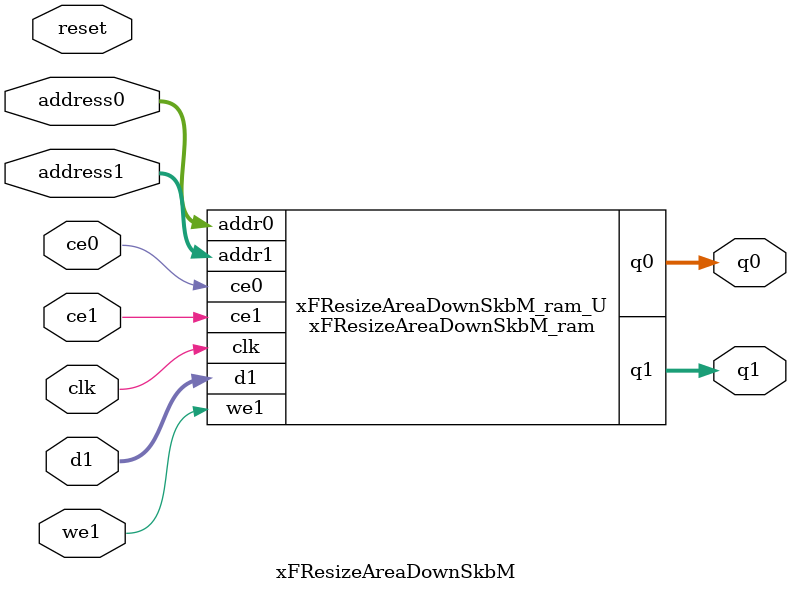
<source format=v>

`timescale 1 ns / 1 ps
module xFResizeAreaDownSkbM_ram (addr0, ce0, q0, addr1, ce1, d1, we1, q1,  clk);

parameter DWIDTH = 24;
parameter AWIDTH = 11;
parameter MEM_SIZE = 1280;

input[AWIDTH-1:0] addr0;
input ce0;
output reg[DWIDTH-1:0] q0;
input[AWIDTH-1:0] addr1;
input ce1;
input[DWIDTH-1:0] d1;
input we1;
output reg[DWIDTH-1:0] q1;
input clk;

(* ram_style = "block" *)reg [DWIDTH-1:0] ram[0:MEM_SIZE-1];




always @(posedge clk)  
begin 
    if (ce0) 
    begin
            q0 <= ram[addr0];
    end
end


always @(posedge clk)  
begin 
    if (ce1) 
    begin
        if (we1) 
        begin 
            ram[addr1] <= d1; 
            q1 <= d1;
        end 
        else 
            q1 <= ram[addr1];
    end
end


endmodule


`timescale 1 ns / 1 ps
module xFResizeAreaDownSkbM(
    reset,
    clk,
    address0,
    ce0,
    q0,
    address1,
    ce1,
    we1,
    d1,
    q1);

parameter DataWidth = 32'd24;
parameter AddressRange = 32'd1280;
parameter AddressWidth = 32'd11;
input reset;
input clk;
input[AddressWidth - 1:0] address0;
input ce0;
output[DataWidth - 1:0] q0;
input[AddressWidth - 1:0] address1;
input ce1;
input we1;
input[DataWidth - 1:0] d1;
output[DataWidth - 1:0] q1;



xFResizeAreaDownSkbM_ram xFResizeAreaDownSkbM_ram_U(
    .clk( clk ),
    .addr0( address0 ),
    .ce0( ce0 ),
    .q0( q0 ),
    .addr1( address1 ),
    .ce1( ce1 ),
    .we1( we1 ),
    .d1( d1 ),
    .q1( q1 ));

endmodule


</source>
